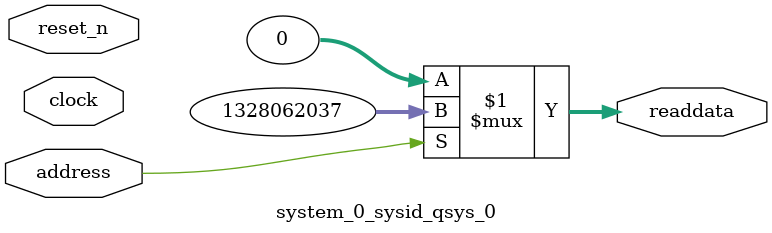
<source format=v>

`timescale 1ns / 1ps
// synthesis translate_on

// turn off superfluous verilog processor warnings 
// altera message_level Level1 
// altera message_off 10034 10035 10036 10037 10230 10240 10030 

module system_0_sysid_qsys_0 (
               // inputs:
                address,
                clock,
                reset_n,

               // outputs:
                readdata
             )
;

  output  [ 31: 0] readdata;
  input            address;
  input            clock;
  input            reset_n;

  wire    [ 31: 0] readdata;
  //control_slave, which is an e_avalon_slave
  assign readdata = address ? 1328062037 : 0;

endmodule




</source>
